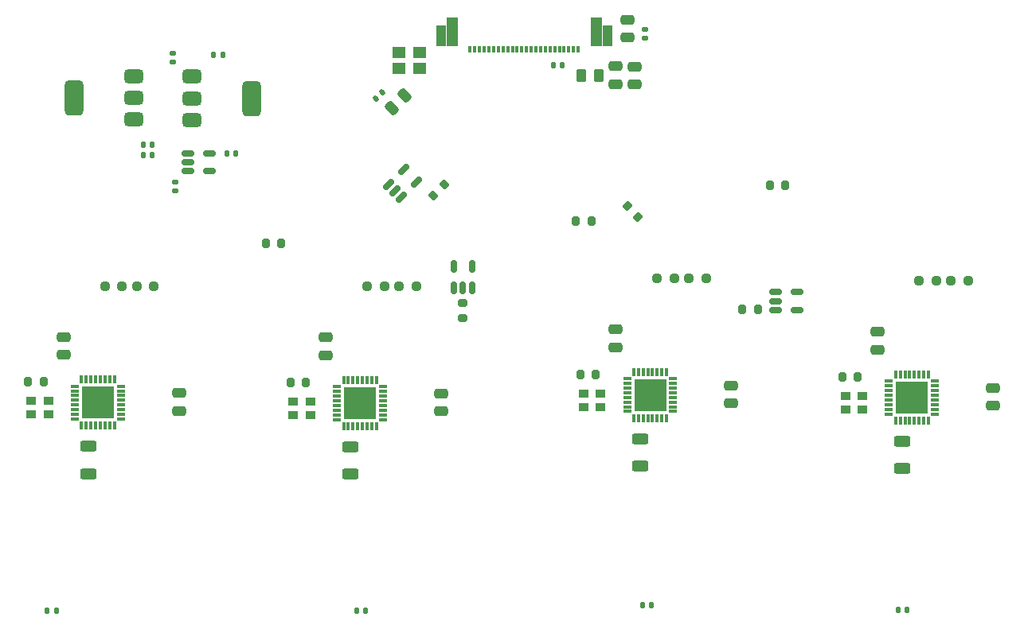
<source format=gbr>
%TF.GenerationSoftware,KiCad,Pcbnew,9.0.0*%
%TF.CreationDate,2026-01-02T12:40:45+01:00*%
%TF.ProjectId,camera,63616d65-7261-42e6-9b69-6361645f7063,rev?*%
%TF.SameCoordinates,Original*%
%TF.FileFunction,Paste,Bot*%
%TF.FilePolarity,Positive*%
%FSLAX46Y46*%
G04 Gerber Fmt 4.6, Leading zero omitted, Abs format (unit mm)*
G04 Created by KiCad (PCBNEW 9.0.0) date 2026-01-02 12:40:45*
%MOMM*%
%LPD*%
G01*
G04 APERTURE LIST*
G04 Aperture macros list*
%AMRoundRect*
0 Rectangle with rounded corners*
0 $1 Rounding radius*
0 $2 $3 $4 $5 $6 $7 $8 $9 X,Y pos of 4 corners*
0 Add a 4 corners polygon primitive as box body*
4,1,4,$2,$3,$4,$5,$6,$7,$8,$9,$2,$3,0*
0 Add four circle primitives for the rounded corners*
1,1,$1+$1,$2,$3*
1,1,$1+$1,$4,$5*
1,1,$1+$1,$6,$7*
1,1,$1+$1,$8,$9*
0 Add four rect primitives between the rounded corners*
20,1,$1+$1,$2,$3,$4,$5,0*
20,1,$1+$1,$4,$5,$6,$7,0*
20,1,$1+$1,$6,$7,$8,$9,0*
20,1,$1+$1,$8,$9,$2,$3,0*%
G04 Aperture macros list end*
%ADD10RoundRect,0.237500X-0.250000X-0.237500X0.250000X-0.237500X0.250000X0.237500X-0.250000X0.237500X0*%
%ADD11RoundRect,0.140000X0.021213X-0.219203X0.219203X-0.021213X-0.021213X0.219203X-0.219203X0.021213X0*%
%ADD12RoundRect,0.200000X-0.200000X-0.275000X0.200000X-0.275000X0.200000X0.275000X-0.200000X0.275000X0*%
%ADD13RoundRect,0.140000X0.140000X0.170000X-0.140000X0.170000X-0.140000X-0.170000X0.140000X-0.170000X0*%
%ADD14RoundRect,0.250000X-0.475000X0.250000X-0.475000X-0.250000X0.475000X-0.250000X0.475000X0.250000X0*%
%ADD15RoundRect,0.250000X-0.625000X0.312500X-0.625000X-0.312500X0.625000X-0.312500X0.625000X0.312500X0*%
%ADD16R,1.050000X0.950000*%
%ADD17RoundRect,0.140000X-0.140000X-0.170000X0.140000X-0.170000X0.140000X0.170000X-0.140000X0.170000X0*%
%ADD18RoundRect,0.200000X0.200000X0.275000X-0.200000X0.275000X-0.200000X-0.275000X0.200000X-0.275000X0*%
%ADD19RoundRect,0.140000X-0.170000X0.140000X-0.170000X-0.140000X0.170000X-0.140000X0.170000X0.140000X0*%
%ADD20RoundRect,0.237500X0.250000X0.237500X-0.250000X0.237500X-0.250000X-0.237500X0.250000X-0.237500X0*%
%ADD21RoundRect,0.250000X-0.159099X0.512652X-0.512652X0.159099X0.159099X-0.512652X0.512652X-0.159099X0*%
%ADD22R,0.300000X0.800000*%
%ADD23R,1.100000X2.200000*%
%ADD24R,1.300000X3.050000*%
%ADD25R,0.300000X0.850000*%
%ADD26R,0.850000X0.300000*%
%ADD27R,3.400000X3.400000*%
%ADD28RoundRect,0.375000X-0.625000X-0.375000X0.625000X-0.375000X0.625000X0.375000X-0.625000X0.375000X0*%
%ADD29RoundRect,0.500000X-0.500000X-1.400000X0.500000X-1.400000X0.500000X1.400000X-0.500000X1.400000X0*%
%ADD30RoundRect,0.200000X0.335876X0.053033X0.053033X0.335876X-0.335876X-0.053033X-0.053033X-0.335876X0*%
%ADD31RoundRect,0.200000X0.053033X-0.335876X0.335876X-0.053033X-0.053033X0.335876X-0.335876X0.053033X0*%
%ADD32RoundRect,0.150000X-0.512500X-0.150000X0.512500X-0.150000X0.512500X0.150000X-0.512500X0.150000X0*%
%ADD33RoundRect,0.150000X0.150000X-0.512500X0.150000X0.512500X-0.150000X0.512500X-0.150000X-0.512500X0*%
%ADD34R,1.400000X1.200000*%
%ADD35RoundRect,0.200000X0.275000X-0.200000X0.275000X0.200000X-0.275000X0.200000X-0.275000X-0.200000X0*%
%ADD36RoundRect,0.250000X-0.262500X-0.450000X0.262500X-0.450000X0.262500X0.450000X-0.262500X0.450000X0*%
%ADD37RoundRect,0.140000X0.170000X-0.140000X0.170000X0.140000X-0.170000X0.140000X-0.170000X-0.140000X0*%
%ADD38RoundRect,0.375000X0.625000X0.375000X-0.625000X0.375000X-0.625000X-0.375000X0.625000X-0.375000X0*%
%ADD39RoundRect,0.500000X0.500000X1.400000X-0.500000X1.400000X-0.500000X-1.400000X0.500000X-1.400000X0*%
%ADD40RoundRect,0.150000X-0.256326X-0.468458X0.468458X0.256326X0.256326X0.468458X-0.468458X-0.256326X0*%
G04 APERTURE END LIST*
D10*
%TO.C,R59*%
X112972500Y-15188899D03*
X114797500Y-15188899D03*
%TD*%
D11*
%TO.C,C136*%
X113855000Y4825000D03*
X114533822Y5503822D03*
%TD*%
D12*
%TO.C,R27*%
X102175000Y-10590000D03*
X103825000Y-10590000D03*
%TD*%
D13*
%TO.C,C32*%
X79920000Y-49715000D03*
X78960000Y-49715000D03*
%TD*%
D14*
%TO.C,C132*%
X141435000Y8195000D03*
X141435000Y6295000D03*
%TD*%
D15*
%TO.C,R52*%
X169871101Y-31678118D03*
X169871101Y-34603118D03*
%TD*%
%TO.C,R36*%
X142022500Y-31410000D03*
X142022500Y-34335000D03*
%TD*%
D14*
%TO.C,C97*%
X120843899Y-26603899D03*
X120843899Y-28503899D03*
%TD*%
%TO.C,C131*%
X139400000Y8255000D03*
X139400000Y6355000D03*
%TD*%
D16*
%TO.C,Y6*%
X77225000Y-27385000D03*
X79075000Y-27385000D03*
X79075000Y-28835000D03*
X77225000Y-28835000D03*
%TD*%
D14*
%TO.C,C74*%
X151686399Y-25751399D03*
X151686399Y-27651399D03*
%TD*%
D17*
%TO.C,C13*%
X98060000Y-1035000D03*
X99020000Y-1035000D03*
%TD*%
D18*
%TO.C,R61*%
X157420000Y-4435000D03*
X155770000Y-4435000D03*
%TD*%
D19*
%TO.C,C133*%
X142515000Y12170000D03*
X142515000Y11210000D03*
%TD*%
D17*
%TO.C,C101*%
X169435000Y-49645000D03*
X170395000Y-49645000D03*
%TD*%
D20*
%TO.C,R56*%
X176858601Y-14604517D03*
X175033601Y-14604517D03*
%TD*%
D21*
%TO.C,C135*%
X116966751Y5126751D03*
X115623249Y3783249D03*
%TD*%
D22*
%TO.C,J15*%
X123910000Y10020000D03*
X124410000Y10020000D03*
X124910000Y10020000D03*
X125410000Y10020000D03*
X125910000Y10020000D03*
X126410000Y10020000D03*
X126910000Y10020000D03*
X127410000Y10020000D03*
X127910000Y10020000D03*
X128410000Y10020000D03*
X128910000Y10020000D03*
X129410000Y10020000D03*
X129910000Y10020000D03*
X130410000Y10020000D03*
X130910000Y10020000D03*
X131410000Y10020000D03*
X131910000Y10020000D03*
X132410000Y10020000D03*
X132910000Y10020000D03*
X133410000Y10020000D03*
X133910000Y10020000D03*
X134410000Y10020000D03*
X134910000Y10020000D03*
X135410000Y10020000D03*
D23*
X120810000Y11520000D03*
X138510000Y11520000D03*
D24*
X122010000Y11945000D03*
X137310000Y11945000D03*
%TD*%
D17*
%TO.C,C78*%
X111840000Y-49765000D03*
X112800000Y-49765000D03*
%TD*%
D20*
%TO.C,R53*%
X90282500Y-15138899D03*
X88457500Y-15138899D03*
%TD*%
D25*
%TO.C,IC3*%
X141307500Y-24312500D03*
X141807500Y-24312500D03*
X142307500Y-24312500D03*
X142807500Y-24312500D03*
X143307500Y-24312500D03*
X143807500Y-24312500D03*
X144307500Y-24312500D03*
X144807500Y-24312500D03*
D26*
X145507500Y-25012500D03*
X145507500Y-25512500D03*
X145507500Y-26012500D03*
X145507500Y-26512500D03*
X145507500Y-27012500D03*
X145507500Y-27512500D03*
X145507500Y-28012500D03*
X145507500Y-28512500D03*
D25*
X144807500Y-29212500D03*
X144307500Y-29212500D03*
X143807500Y-29212500D03*
X143307500Y-29212500D03*
X142807500Y-29212500D03*
X142307500Y-29212500D03*
X141807500Y-29212500D03*
X141307500Y-29212500D03*
D26*
X140607500Y-28512500D03*
X140607500Y-28012500D03*
X140607500Y-27512500D03*
X140607500Y-27012500D03*
X140607500Y-26512500D03*
X140607500Y-26012500D03*
X140607500Y-25512500D03*
X140607500Y-25012500D03*
D27*
X143057500Y-26762500D03*
%TD*%
D16*
%TO.C,Y15*%
X163801101Y-26850618D03*
X165651101Y-26850618D03*
X165651101Y-28300618D03*
X163801101Y-28300618D03*
%TD*%
D14*
%TO.C,C96*%
X108565000Y-20630000D03*
X108565000Y-22530000D03*
%TD*%
%TO.C,C119*%
X167256101Y-20045618D03*
X167256101Y-21945618D03*
%TD*%
D20*
%TO.C,R54*%
X149010000Y-14336399D03*
X147185000Y-14336399D03*
%TD*%
D17*
%TO.C,C8*%
X89155000Y-100000D03*
X90115000Y-100000D03*
%TD*%
D20*
%TO.C,R55*%
X118167500Y-15188899D03*
X116342500Y-15188899D03*
%TD*%
D14*
%TO.C,C51*%
X92958899Y-26553899D03*
X92958899Y-28453899D03*
%TD*%
%TO.C,C134*%
X140685000Y13225000D03*
X140685000Y11325000D03*
%TD*%
D28*
%TO.C,U5*%
X94350000Y2535000D03*
X94350000Y4835000D03*
X94350000Y7135000D03*
D29*
X100650000Y4835000D03*
%TD*%
D17*
%TO.C,C55*%
X142260000Y-49120000D03*
X143220000Y-49120000D03*
%TD*%
D25*
%TO.C,IC2*%
X82580000Y-25115000D03*
X83080000Y-25115000D03*
X83580000Y-25115000D03*
X84080000Y-25115000D03*
X84580000Y-25115000D03*
X85080000Y-25115000D03*
X85580000Y-25115000D03*
X86080000Y-25115000D03*
D26*
X86780000Y-25815000D03*
X86780000Y-26315000D03*
X86780000Y-26815000D03*
X86780000Y-27315000D03*
X86780000Y-27815000D03*
X86780000Y-28315000D03*
X86780000Y-28815000D03*
X86780000Y-29315000D03*
D25*
X86080000Y-30015000D03*
X85580000Y-30015000D03*
X85080000Y-30015000D03*
X84580000Y-30015000D03*
X84080000Y-30015000D03*
X83580000Y-30015000D03*
X83080000Y-30015000D03*
X82580000Y-30015000D03*
D26*
X81880000Y-29315000D03*
X81880000Y-28815000D03*
X81880000Y-28315000D03*
X81880000Y-27815000D03*
X81880000Y-27315000D03*
X81880000Y-26815000D03*
X81880000Y-26315000D03*
X81880000Y-25815000D03*
D27*
X84330000Y-27565000D03*
%TD*%
D10*
%TO.C,R60*%
X171663601Y-14604517D03*
X173488601Y-14604517D03*
%TD*%
D18*
%TO.C,R42*%
X106455000Y-25430000D03*
X104805000Y-25430000D03*
%TD*%
D16*
%TO.C,Y9*%
X135952500Y-26582500D03*
X137802500Y-26582500D03*
X137802500Y-28032500D03*
X135952500Y-28032500D03*
%TD*%
D18*
%TO.C,R34*%
X137297500Y-24577500D03*
X135647500Y-24577500D03*
%TD*%
D25*
%TO.C,IC5*%
X169156101Y-24580618D03*
X169656101Y-24580618D03*
X170156101Y-24580618D03*
X170656101Y-24580618D03*
X171156101Y-24580618D03*
X171656101Y-24580618D03*
X172156101Y-24580618D03*
X172656101Y-24580618D03*
D26*
X173356101Y-25280618D03*
X173356101Y-25780618D03*
X173356101Y-26280618D03*
X173356101Y-26780618D03*
X173356101Y-27280618D03*
X173356101Y-27780618D03*
X173356101Y-28280618D03*
X173356101Y-28780618D03*
D25*
X172656101Y-29480618D03*
X172156101Y-29480618D03*
X171656101Y-29480618D03*
X171156101Y-29480618D03*
X170656101Y-29480618D03*
X170156101Y-29480618D03*
X169656101Y-29480618D03*
X169156101Y-29480618D03*
D26*
X168456101Y-28780618D03*
X168456101Y-28280618D03*
X168456101Y-27780618D03*
X168456101Y-27280618D03*
X168456101Y-26780618D03*
X168456101Y-26280618D03*
X168456101Y-25780618D03*
X168456101Y-25280618D03*
D27*
X170906101Y-27030618D03*
%TD*%
D13*
%TO.C,C130*%
X133725000Y8385000D03*
X132765000Y8385000D03*
%TD*%
D30*
%TO.C,R62*%
X141775000Y-7780000D03*
X140608274Y-6613274D03*
%TD*%
D10*
%TO.C,R57*%
X85087500Y-15138899D03*
X86912500Y-15138899D03*
%TD*%
D14*
%TO.C,C73*%
X139407500Y-19777500D03*
X139407500Y-21677500D03*
%TD*%
D25*
%TO.C,IC4*%
X110465000Y-25165000D03*
X110965000Y-25165000D03*
X111465000Y-25165000D03*
X111965000Y-25165000D03*
X112465000Y-25165000D03*
X112965000Y-25165000D03*
X113465000Y-25165000D03*
X113965000Y-25165000D03*
D26*
X114665000Y-25865000D03*
X114665000Y-26365000D03*
X114665000Y-26865000D03*
X114665000Y-27365000D03*
X114665000Y-27865000D03*
X114665000Y-28365000D03*
X114665000Y-28865000D03*
X114665000Y-29365000D03*
D25*
X113965000Y-30065000D03*
X113465000Y-30065000D03*
X112965000Y-30065000D03*
X112465000Y-30065000D03*
X111965000Y-30065000D03*
X111465000Y-30065000D03*
X110965000Y-30065000D03*
X110465000Y-30065000D03*
D26*
X109765000Y-29365000D03*
X109765000Y-28865000D03*
X109765000Y-28365000D03*
X109765000Y-27865000D03*
X109765000Y-27365000D03*
X109765000Y-26865000D03*
X109765000Y-26365000D03*
X109765000Y-25865000D03*
D27*
X112215000Y-27615000D03*
%TD*%
D19*
%TO.C,C9*%
X92575000Y-4095000D03*
X92575000Y-5055000D03*
%TD*%
D17*
%TO.C,C11*%
X96635000Y9440000D03*
X97595000Y9440000D03*
%TD*%
D31*
%TO.C,R64*%
X120021637Y-5548363D03*
X121188363Y-4381637D03*
%TD*%
D10*
%TO.C,R58*%
X143815000Y-14336399D03*
X145640000Y-14336399D03*
%TD*%
D18*
%TO.C,R50*%
X165146101Y-24845618D03*
X163496101Y-24845618D03*
%TD*%
D16*
%TO.C,Y12*%
X105110000Y-27435000D03*
X106960000Y-27435000D03*
X106960000Y-28885000D03*
X105110000Y-28885000D03*
%TD*%
D18*
%TO.C,R26*%
X78570000Y-25380000D03*
X76920000Y-25380000D03*
%TD*%
D32*
%TO.C,U6*%
X93917500Y-2902500D03*
X93917500Y-1952500D03*
X93917500Y-1002500D03*
X96192500Y-1002500D03*
X96192500Y-2902500D03*
%TD*%
D14*
%TO.C,C120*%
X179535000Y-26019517D03*
X179535000Y-27919517D03*
%TD*%
%TO.C,C50*%
X80680000Y-20580000D03*
X80680000Y-22480000D03*
%TD*%
D33*
%TO.C,U7*%
X124099999Y-15367500D03*
X123150000Y-15367500D03*
X122200001Y-15367500D03*
X122200001Y-13092500D03*
X124099999Y-13092500D03*
%TD*%
D32*
%TO.C,U14*%
X156432500Y-17697500D03*
X156432500Y-16747500D03*
X156432500Y-15797500D03*
X158707500Y-15797500D03*
X158707500Y-17697500D03*
%TD*%
D13*
%TO.C,C10*%
X90105000Y-1245000D03*
X89145000Y-1245000D03*
%TD*%
D34*
%TO.C,Y16*%
X116355000Y9710000D03*
X118555000Y9710000D03*
X118555000Y8010000D03*
X116355000Y8010000D03*
%TD*%
D15*
%TO.C,R28*%
X83295000Y-32212500D03*
X83295000Y-35137500D03*
%TD*%
D35*
%TO.C,R43*%
X123150000Y-18595000D03*
X123150000Y-16945000D03*
%TD*%
D12*
%TO.C,R35*%
X152860000Y-17670000D03*
X154510000Y-17670000D03*
%TD*%
D36*
%TO.C,FB14*%
X135737500Y7230000D03*
X137562500Y7230000D03*
%TD*%
D18*
%TO.C,R63*%
X136805000Y-8250000D03*
X135155000Y-8250000D03*
%TD*%
D37*
%TO.C,C12*%
X92335000Y8700000D03*
X92335000Y9660000D03*
%TD*%
D38*
%TO.C,U4*%
X88135000Y7180000D03*
X88135000Y4880000D03*
X88135000Y2580000D03*
D39*
X81835000Y4880000D03*
%TD*%
D15*
%TO.C,R44*%
X111180000Y-32262500D03*
X111180000Y-35187500D03*
%TD*%
D40*
%TO.C,U16*%
X116570000Y-5725000D03*
X115898249Y-5053249D03*
X115226498Y-4381498D03*
X116835166Y-2772830D03*
X118178668Y-4116332D03*
%TD*%
M02*

</source>
